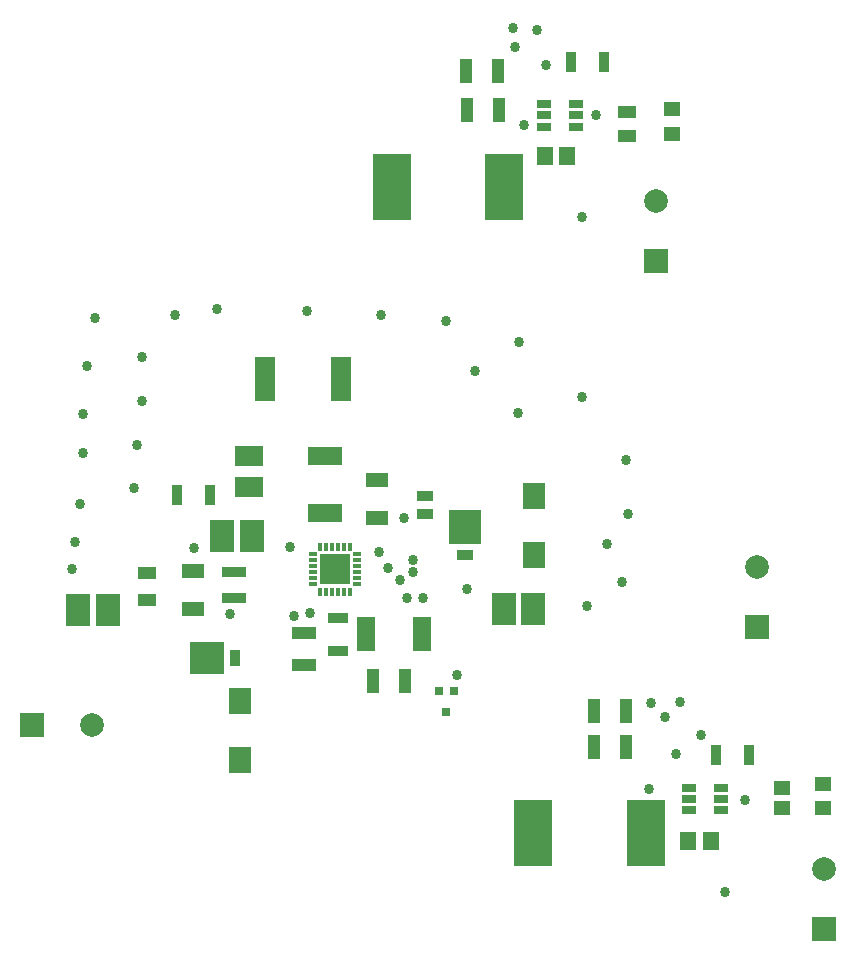
<source format=gts>
G04*
G04 #@! TF.GenerationSoftware,Altium Limited,Altium Designer,22.10.1 (41)*
G04*
G04 Layer_Color=8388736*
%FSLAX25Y25*%
%MOIN*%
G70*
G04*
G04 #@! TF.SameCoordinates,856B5BD7-418A-478B-963B-D84CAA773F5C*
G04*
G04*
G04 #@! TF.FilePolarity,Negative*
G04*
G01*
G75*
%ADD20R,0.03740X0.06693*%
%ADD21R,0.06693X0.03740*%
%ADD26R,0.08279X0.11048*%
%ADD34R,0.05542X0.06150*%
%ADD35R,0.05756X0.04942*%
%ADD36R,0.05363X0.04546*%
%ADD37R,0.05315X0.03740*%
%ADD43R,0.10446X0.10446*%
%ADD44R,0.03162X0.01784*%
%ADD45R,0.01784X0.03162*%
%ADD46R,0.07493X0.08674*%
%ADD47R,0.12611X0.22453*%
%ADD48R,0.04343X0.08083*%
%ADD49R,0.08083X0.04343*%
%ADD50R,0.05918X0.11824*%
%ADD51R,0.07887X0.03753*%
%ADD52R,0.07493X0.04737*%
%ADD53R,0.06902X0.14580*%
%ADD54R,0.11824X0.05918*%
%ADD55R,0.09461X0.06706*%
%ADD56R,0.05918X0.04343*%
%ADD57R,0.04343X0.08280*%
%ADD58R,0.05131X0.03162*%
%ADD59R,0.05800X0.03800*%
%ADD60R,0.10800X0.11312*%
%ADD61R,0.11312X0.10800*%
%ADD62R,0.03800X0.05800*%
%ADD63R,0.03162X0.03162*%
%ADD64R,0.07887X0.07887*%
%ADD65C,0.07887*%
%ADD66R,0.07887X0.07887*%
%ADD67C,0.03600*%
%ADD68C,0.03400*%
D20*
X428505Y446891D02*
D03*
X417482D02*
D03*
X476772Y215748D02*
D03*
X465748D02*
D03*
X297146Y302264D02*
D03*
X286122D02*
D03*
D21*
X339764Y261516D02*
D03*
Y250492D02*
D03*
D26*
X404924Y264469D02*
D03*
X395076D02*
D03*
X311223Y288583D02*
D03*
X301376D02*
D03*
X253246Y263976D02*
D03*
X263093D02*
D03*
D34*
X464190Y187008D02*
D03*
X456693D02*
D03*
X408850Y415551D02*
D03*
X416347D02*
D03*
D35*
X501673Y198030D02*
D03*
Y206104D02*
D03*
X451378Y422833D02*
D03*
Y430907D02*
D03*
D36*
X487795Y204826D02*
D03*
Y197930D02*
D03*
D37*
X368799Y301969D02*
D03*
Y296063D02*
D03*
D43*
X338878Y277658D02*
D03*
D44*
X346358Y274783D02*
D03*
Y276752D02*
D03*
Y278720D02*
D03*
Y280689D02*
D03*
Y282658D02*
D03*
Y272815D02*
D03*
X331398Y274721D02*
D03*
Y276689D02*
D03*
Y278658D02*
D03*
Y280626D02*
D03*
Y282594D02*
D03*
Y272752D02*
D03*
D45*
X341815Y285138D02*
D03*
X339846D02*
D03*
X337878D02*
D03*
X335910D02*
D03*
X333941D02*
D03*
X343783D02*
D03*
X341815Y270177D02*
D03*
X339846D02*
D03*
X337878D02*
D03*
X335910D02*
D03*
X333941D02*
D03*
X343783D02*
D03*
D46*
X405315Y301969D02*
D03*
Y282283D02*
D03*
X307185Y233858D02*
D03*
Y214173D02*
D03*
D47*
X395177Y405217D02*
D03*
X357776D02*
D03*
X405020Y189862D02*
D03*
X442421D02*
D03*
D48*
X351563Y240256D02*
D03*
X362205D02*
D03*
D49*
X328543Y245866D02*
D03*
Y256508D02*
D03*
D50*
X349114Y256201D02*
D03*
X368012D02*
D03*
D51*
X305315Y267913D02*
D03*
Y276575D02*
D03*
D52*
X352756Y294685D02*
D03*
Y307283D02*
D03*
X291437Y264469D02*
D03*
Y277067D02*
D03*
D53*
X315551Y340945D02*
D03*
X340945D02*
D03*
D54*
X335531Y315453D02*
D03*
Y296555D02*
D03*
D55*
X310236Y315551D02*
D03*
Y304921D02*
D03*
D56*
X276378Y276476D02*
D03*
Y267421D02*
D03*
X436319Y430217D02*
D03*
Y421949D02*
D03*
D57*
X425295Y218307D02*
D03*
X435925D02*
D03*
X425197Y230413D02*
D03*
X435827D02*
D03*
X393307Y443602D02*
D03*
X382677D02*
D03*
X393504Y430807D02*
D03*
X382874D02*
D03*
D58*
X456890Y200984D02*
D03*
Y197244D02*
D03*
X467520D02*
D03*
Y200945D02*
D03*
X456890Y204724D02*
D03*
X467520D02*
D03*
X408465Y428937D02*
D03*
X419095Y432677D02*
D03*
X408465D02*
D03*
X419095Y428898D02*
D03*
Y425197D02*
D03*
X408465D02*
D03*
D59*
X382087Y282476D02*
D03*
D60*
Y291732D02*
D03*
D61*
X296319Y248130D02*
D03*
D62*
X305575D02*
D03*
D63*
X373425Y236910D02*
D03*
X378543D02*
D03*
X375984Y230217D02*
D03*
D64*
X479724Y258405D02*
D03*
X501968Y157658D02*
D03*
X445965Y380492D02*
D03*
D65*
X479724Y278405D02*
D03*
X445965Y400492D02*
D03*
X257972Y225886D02*
D03*
X501968Y177657D02*
D03*
D66*
X237972Y225886D02*
D03*
D67*
X336378Y280157D02*
D03*
X341378D02*
D03*
X336378Y275658D02*
D03*
X341378D02*
D03*
D68*
X323800Y285200D02*
D03*
X271850Y304823D02*
D03*
X292028Y284646D02*
D03*
X449016Y228543D02*
D03*
X452658Y216043D02*
D03*
X453937Y233268D02*
D03*
X444291Y232972D02*
D03*
X251181Y277756D02*
D03*
X252362Y286614D02*
D03*
X253937Y299410D02*
D03*
X273031Y319193D02*
D03*
X254921Y316339D02*
D03*
X274410Y333858D02*
D03*
X255020Y329331D02*
D03*
X274686Y348500D02*
D03*
X256201Y345276D02*
D03*
X258760Y361516D02*
D03*
X285531Y362500D02*
D03*
X299508Y364469D02*
D03*
X329626Y363583D02*
D03*
X354240Y362394D02*
D03*
X375787Y360531D02*
D03*
X400197Y353248D02*
D03*
X385728Y343701D02*
D03*
X421180Y334949D02*
D03*
X422736Y265551D02*
D03*
X429528Y286122D02*
D03*
X434646Y273524D02*
D03*
X398917Y451673D02*
D03*
X406299Y457283D02*
D03*
X398228Y458071D02*
D03*
X401870Y425787D02*
D03*
X379528Y242520D02*
D03*
X360728Y273917D02*
D03*
X435925Y313976D02*
D03*
X399902Y329626D02*
D03*
X436614Y296161D02*
D03*
X382776Y271063D02*
D03*
X361811Y294783D02*
D03*
X362927Y268149D02*
D03*
X368340D02*
D03*
X364862Y276575D02*
D03*
Y280610D02*
D03*
X356594Y277953D02*
D03*
X353445Y283366D02*
D03*
X303937Y262598D02*
D03*
X330709Y263090D02*
D03*
X325394Y262106D02*
D03*
X409252Y445571D02*
D03*
X421260Y395079D02*
D03*
X425787Y428937D02*
D03*
X443602Y204232D02*
D03*
X461024Y222539D02*
D03*
X475516Y200779D02*
D03*
X469020Y170169D02*
D03*
M02*

</source>
